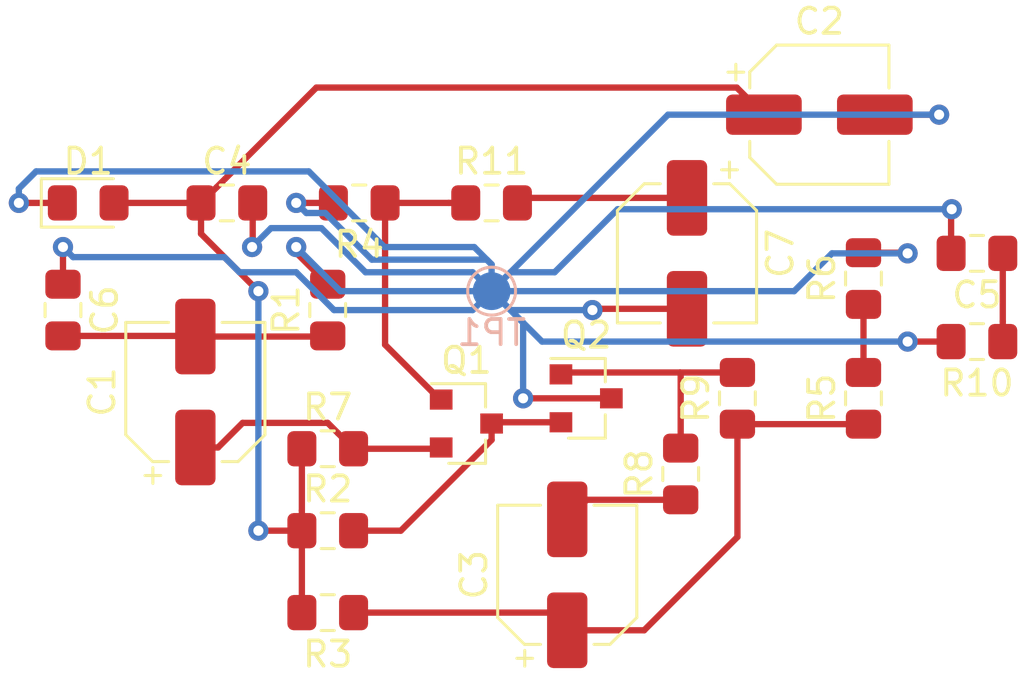
<source format=kicad_pcb>
(kicad_pcb (version 20171130) (host pcbnew "(5.1.2)-2")

  (general
    (thickness 1.6)
    (drawings 0)
    (tracks 121)
    (zones 0)
    (modules 22)
    (nets 13)
  )

  (page A4)
  (layers
    (0 F.Cu signal)
    (31 B.Cu signal)
    (32 B.Adhes user)
    (33 F.Adhes user)
    (34 B.Paste user)
    (35 F.Paste user)
    (36 B.SilkS user)
    (37 F.SilkS user)
    (38 B.Mask user)
    (39 F.Mask user)
    (40 Dwgs.User user)
    (41 Cmts.User user)
    (42 Eco1.User user)
    (43 Eco2.User user)
    (44 Edge.Cuts user)
    (45 Margin user)
    (46 B.CrtYd user)
    (47 F.CrtYd user)
    (48 B.Fab user)
    (49 F.Fab user)
  )

  (setup
    (last_trace_width 0.25)
    (trace_clearance 0.2)
    (zone_clearance 0.508)
    (zone_45_only no)
    (trace_min 0.2)
    (via_size 0.8)
    (via_drill 0.4)
    (via_min_size 0.4)
    (via_min_drill 0.3)
    (uvia_size 0.3)
    (uvia_drill 0.1)
    (uvias_allowed no)
    (uvia_min_size 0.2)
    (uvia_min_drill 0.1)
    (edge_width 0.05)
    (segment_width 0.2)
    (pcb_text_width 0.3)
    (pcb_text_size 1.5 1.5)
    (mod_edge_width 0.12)
    (mod_text_size 1 1)
    (mod_text_width 0.15)
    (pad_size 1.5 1.5)
    (pad_drill 0)
    (pad_to_mask_clearance 0.051)
    (solder_mask_min_width 0.25)
    (aux_axis_origin 0 0)
    (visible_elements FFFFFF7F)
    (pcbplotparams
      (layerselection 0x010fc_ffffffff)
      (usegerberextensions false)
      (usegerberattributes false)
      (usegerberadvancedattributes false)
      (creategerberjobfile false)
      (excludeedgelayer true)
      (linewidth 0.100000)
      (plotframeref false)
      (viasonmask false)
      (mode 1)
      (useauxorigin false)
      (hpglpennumber 1)
      (hpglpenspeed 20)
      (hpglpendiameter 15.000000)
      (psnegative false)
      (psa4output false)
      (plotreference true)
      (plotvalue true)
      (plotinvisibletext false)
      (padsonsilk false)
      (subtractmaskfromsilk false)
      (outputformat 1)
      (mirror false)
      (drillshape 1)
      (scaleselection 1)
      (outputdirectory ""))
  )

  (net 0 "")
  (net 1 "Net-(C1-Pad2)")
  (net 2 "Net-(C1-Pad1)")
  (net 3 GNDA)
  (net 4 "Net-(C2-Pad1)")
  (net 5 "Net-(C3-Pad2)")
  (net 6 "Net-(C3-Pad1)")
  (net 7 GND)
  (net 8 "Net-(C7-Pad1)")
  (net 9 "Net-(Q1-Pad3)")
  (net 10 "Net-(Q1-Pad1)")
  (net 11 "Net-(Q2-Pad1)")
  (net 12 "Net-(J2-PadR)")

  (net_class Default "This is the default net class."
    (clearance 0.2)
    (trace_width 0.25)
    (via_dia 0.8)
    (via_drill 0.4)
    (uvia_dia 0.3)
    (uvia_drill 0.1)
    (add_net GND)
    (add_net GNDA)
    (add_net "Net-(C1-Pad1)")
    (add_net "Net-(C1-Pad2)")
    (add_net "Net-(C2-Pad1)")
    (add_net "Net-(C3-Pad1)")
    (add_net "Net-(C3-Pad2)")
    (add_net "Net-(C7-Pad1)")
    (add_net "Net-(J2-PadR)")
    (add_net "Net-(Q1-Pad1)")
    (add_net "Net-(Q1-Pad3)")
    (add_net "Net-(Q2-Pad1)")
  )

  (module TestPoint:TestPoint_Pad_D1.5mm (layer B.Cu) (tedit 5FB00272) (tstamp 5FB0649F)
    (at 114.75 66.75)
    (descr "SMD pad as test Point, diameter 1.5mm")
    (tags "test point SMD pad")
    (path /5FB38731)
    (attr virtual)
    (fp_text reference TP1 (at 0 1.648) (layer B.SilkS)
      (effects (font (size 1 1) (thickness 0.15)) (justify mirror))
    )
    (fp_text value TestPoint (at 0 -1.75) (layer B.Fab)
      (effects (font (size 1 1) (thickness 0.15)) (justify mirror))
    )
    (fp_circle (center 0 0) (end 0 -0.95) (layer B.SilkS) (width 0.12))
    (fp_circle (center 0 0) (end 1.25 0) (layer B.CrtYd) (width 0.05))
    (fp_text user %R (at 0 1.65) (layer B.Fab)
      (effects (font (size 1 1) (thickness 0.15)) (justify mirror))
    )
    (pad 1 smd circle (at 0 0) (size 1.5 1.5) (layers B.Cu B.Mask)
      (net 3 GNDA))
  )

  (module Resistor_SMD:R_0805_2012Metric_Pad1.15x1.40mm_HandSolder (layer F.Cu) (tedit 5B36C52B) (tstamp 5FB04F5A)
    (at 114.75 63.25)
    (descr "Resistor SMD 0805 (2012 Metric), square (rectangular) end terminal, IPC_7351 nominal with elongated pad for handsoldering. (Body size source: https://docs.google.com/spreadsheets/d/1BsfQQcO9C6DZCsRaXUlFlo91Tg2WpOkGARC1WS5S8t0/edit?usp=sharing), generated with kicad-footprint-generator")
    (tags "resistor handsolder")
    (path /5FB2495C)
    (attr smd)
    (fp_text reference R11 (at 0 -1.65) (layer F.SilkS)
      (effects (font (size 1 1) (thickness 0.15)))
    )
    (fp_text value DNP (at 0 1.65) (layer F.Fab)
      (effects (font (size 1 1) (thickness 0.15)))
    )
    (fp_text user %R (at 0 0) (layer F.Fab)
      (effects (font (size 0.5 0.5) (thickness 0.08)))
    )
    (fp_line (start 1.85 0.95) (end -1.85 0.95) (layer F.CrtYd) (width 0.05))
    (fp_line (start 1.85 -0.95) (end 1.85 0.95) (layer F.CrtYd) (width 0.05))
    (fp_line (start -1.85 -0.95) (end 1.85 -0.95) (layer F.CrtYd) (width 0.05))
    (fp_line (start -1.85 0.95) (end -1.85 -0.95) (layer F.CrtYd) (width 0.05))
    (fp_line (start -0.261252 0.71) (end 0.261252 0.71) (layer F.SilkS) (width 0.12))
    (fp_line (start -0.261252 -0.71) (end 0.261252 -0.71) (layer F.SilkS) (width 0.12))
    (fp_line (start 1 0.6) (end -1 0.6) (layer F.Fab) (width 0.1))
    (fp_line (start 1 -0.6) (end 1 0.6) (layer F.Fab) (width 0.1))
    (fp_line (start -1 -0.6) (end 1 -0.6) (layer F.Fab) (width 0.1))
    (fp_line (start -1 0.6) (end -1 -0.6) (layer F.Fab) (width 0.1))
    (pad 2 smd roundrect (at 1.025 0) (size 1.15 1.4) (layers F.Cu F.Paste F.Mask) (roundrect_rratio 0.217391)
      (net 8 "Net-(C7-Pad1)"))
    (pad 1 smd roundrect (at -1.025 0) (size 1.15 1.4) (layers F.Cu F.Paste F.Mask) (roundrect_rratio 0.217391)
      (net 10 "Net-(Q1-Pad1)"))
    (model ${KISYS3DMOD}/Resistor_SMD.3dshapes/R_0805_2012Metric.wrl
      (at (xyz 0 0 0))
      (scale (xyz 1 1 1))
      (rotate (xyz 0 0 0))
    )
  )

  (module Resistor_SMD:R_0805_2012Metric_Pad1.15x1.40mm_HandSolder (layer F.Cu) (tedit 5B36C52B) (tstamp 5FB04F49)
    (at 134 68.75 180)
    (descr "Resistor SMD 0805 (2012 Metric), square (rectangular) end terminal, IPC_7351 nominal with elongated pad for handsoldering. (Body size source: https://docs.google.com/spreadsheets/d/1BsfQQcO9C6DZCsRaXUlFlo91Tg2WpOkGARC1WS5S8t0/edit?usp=sharing), generated with kicad-footprint-generator")
    (tags "resistor handsolder")
    (path /5FB17E4D)
    (attr smd)
    (fp_text reference R10 (at 0 -1.65) (layer F.SilkS)
      (effects (font (size 1 1) (thickness 0.15)))
    )
    (fp_text value 1M (at 0 1.65) (layer F.Fab)
      (effects (font (size 1 1) (thickness 0.15)))
    )
    (fp_text user %R (at 0 0 90) (layer F.Fab)
      (effects (font (size 0.5 0.5) (thickness 0.08)))
    )
    (fp_line (start 1.85 0.95) (end -1.85 0.95) (layer F.CrtYd) (width 0.05))
    (fp_line (start 1.85 -0.95) (end 1.85 0.95) (layer F.CrtYd) (width 0.05))
    (fp_line (start -1.85 -0.95) (end 1.85 -0.95) (layer F.CrtYd) (width 0.05))
    (fp_line (start -1.85 0.95) (end -1.85 -0.95) (layer F.CrtYd) (width 0.05))
    (fp_line (start -0.261252 0.71) (end 0.261252 0.71) (layer F.SilkS) (width 0.12))
    (fp_line (start -0.261252 -0.71) (end 0.261252 -0.71) (layer F.SilkS) (width 0.12))
    (fp_line (start 1 0.6) (end -1 0.6) (layer F.Fab) (width 0.1))
    (fp_line (start 1 -0.6) (end 1 0.6) (layer F.Fab) (width 0.1))
    (fp_line (start -1 -0.6) (end 1 -0.6) (layer F.Fab) (width 0.1))
    (fp_line (start -1 0.6) (end -1 -0.6) (layer F.Fab) (width 0.1))
    (pad 2 smd roundrect (at 1.025 0 180) (size 1.15 1.4) (layers F.Cu F.Paste F.Mask) (roundrect_rratio 0.217391)
      (net 3 GNDA))
    (pad 1 smd roundrect (at -1.025 0 180) (size 1.15 1.4) (layers F.Cu F.Paste F.Mask) (roundrect_rratio 0.217391)
      (net 7 GND))
    (model ${KISYS3DMOD}/Resistor_SMD.3dshapes/R_0805_2012Metric.wrl
      (at (xyz 0 0 0))
      (scale (xyz 1 1 1))
      (rotate (xyz 0 0 0))
    )
  )

  (module Resistor_SMD:R_0805_2012Metric_Pad1.15x1.40mm_HandSolder (layer F.Cu) (tedit 5B36C52B) (tstamp 5FB04F38)
    (at 124.5 71 90)
    (descr "Resistor SMD 0805 (2012 Metric), square (rectangular) end terminal, IPC_7351 nominal with elongated pad for handsoldering. (Body size source: https://docs.google.com/spreadsheets/d/1BsfQQcO9C6DZCsRaXUlFlo91Tg2WpOkGARC1WS5S8t0/edit?usp=sharing), generated with kicad-footprint-generator")
    (tags "resistor handsolder")
    (path /5FB04BDF)
    (attr smd)
    (fp_text reference R9 (at 0 -1.65 90) (layer F.SilkS)
      (effects (font (size 1 1) (thickness 0.15)))
    )
    (fp_text value 3.3K (at 0 1.65 90) (layer F.Fab)
      (effects (font (size 1 1) (thickness 0.15)))
    )
    (fp_text user %R (at 0 0 90) (layer F.Fab)
      (effects (font (size 0.5 0.5) (thickness 0.08)))
    )
    (fp_line (start 1.85 0.95) (end -1.85 0.95) (layer F.CrtYd) (width 0.05))
    (fp_line (start 1.85 -0.95) (end 1.85 0.95) (layer F.CrtYd) (width 0.05))
    (fp_line (start -1.85 -0.95) (end 1.85 -0.95) (layer F.CrtYd) (width 0.05))
    (fp_line (start -1.85 0.95) (end -1.85 -0.95) (layer F.CrtYd) (width 0.05))
    (fp_line (start -0.261252 0.71) (end 0.261252 0.71) (layer F.SilkS) (width 0.12))
    (fp_line (start -0.261252 -0.71) (end 0.261252 -0.71) (layer F.SilkS) (width 0.12))
    (fp_line (start 1 0.6) (end -1 0.6) (layer F.Fab) (width 0.1))
    (fp_line (start 1 -0.6) (end 1 0.6) (layer F.Fab) (width 0.1))
    (fp_line (start -1 -0.6) (end 1 -0.6) (layer F.Fab) (width 0.1))
    (fp_line (start -1 0.6) (end -1 -0.6) (layer F.Fab) (width 0.1))
    (pad 2 smd roundrect (at 1.025 0 90) (size 1.15 1.4) (layers F.Cu F.Paste F.Mask) (roundrect_rratio 0.217391)
      (net 11 "Net-(Q2-Pad1)"))
    (pad 1 smd roundrect (at -1.025 0 90) (size 1.15 1.4) (layers F.Cu F.Paste F.Mask) (roundrect_rratio 0.217391)
      (net 6 "Net-(C3-Pad1)"))
    (model ${KISYS3DMOD}/Resistor_SMD.3dshapes/R_0805_2012Metric.wrl
      (at (xyz 0 0 0))
      (scale (xyz 1 1 1))
      (rotate (xyz 0 0 0))
    )
  )

  (module Resistor_SMD:R_0805_2012Metric_Pad1.15x1.40mm_HandSolder (layer F.Cu) (tedit 5B36C52B) (tstamp 5FB04F27)
    (at 122.25 74 90)
    (descr "Resistor SMD 0805 (2012 Metric), square (rectangular) end terminal, IPC_7351 nominal with elongated pad for handsoldering. (Body size source: https://docs.google.com/spreadsheets/d/1BsfQQcO9C6DZCsRaXUlFlo91Tg2WpOkGARC1WS5S8t0/edit?usp=sharing), generated with kicad-footprint-generator")
    (tags "resistor handsolder")
    (path /5FB05320)
    (attr smd)
    (fp_text reference R8 (at 0 -1.65 90) (layer F.SilkS)
      (effects (font (size 1 1) (thickness 0.15)))
    )
    (fp_text value 100 (at 0 1.65 90) (layer F.Fab)
      (effects (font (size 1 1) (thickness 0.15)))
    )
    (fp_text user %R (at 0 0 90) (layer F.Fab)
      (effects (font (size 0.5 0.5) (thickness 0.08)))
    )
    (fp_line (start 1.85 0.95) (end -1.85 0.95) (layer F.CrtYd) (width 0.05))
    (fp_line (start 1.85 -0.95) (end 1.85 0.95) (layer F.CrtYd) (width 0.05))
    (fp_line (start -1.85 -0.95) (end 1.85 -0.95) (layer F.CrtYd) (width 0.05))
    (fp_line (start -1.85 0.95) (end -1.85 -0.95) (layer F.CrtYd) (width 0.05))
    (fp_line (start -0.261252 0.71) (end 0.261252 0.71) (layer F.SilkS) (width 0.12))
    (fp_line (start -0.261252 -0.71) (end 0.261252 -0.71) (layer F.SilkS) (width 0.12))
    (fp_line (start 1 0.6) (end -1 0.6) (layer F.Fab) (width 0.1))
    (fp_line (start 1 -0.6) (end 1 0.6) (layer F.Fab) (width 0.1))
    (fp_line (start -1 -0.6) (end 1 -0.6) (layer F.Fab) (width 0.1))
    (fp_line (start -1 0.6) (end -1 -0.6) (layer F.Fab) (width 0.1))
    (pad 2 smd roundrect (at 1.025 0 90) (size 1.15 1.4) (layers F.Cu F.Paste F.Mask) (roundrect_rratio 0.217391)
      (net 11 "Net-(Q2-Pad1)"))
    (pad 1 smd roundrect (at -1.025 0 90) (size 1.15 1.4) (layers F.Cu F.Paste F.Mask) (roundrect_rratio 0.217391)
      (net 5 "Net-(C3-Pad2)"))
    (model ${KISYS3DMOD}/Resistor_SMD.3dshapes/R_0805_2012Metric.wrl
      (at (xyz 0 0 0))
      (scale (xyz 1 1 1))
      (rotate (xyz 0 0 0))
    )
  )

  (module Resistor_SMD:R_0805_2012Metric_Pad1.15x1.40mm_HandSolder (layer F.Cu) (tedit 5B36C52B) (tstamp 5FB04F16)
    (at 108.25 73)
    (descr "Resistor SMD 0805 (2012 Metric), square (rectangular) end terminal, IPC_7351 nominal with elongated pad for handsoldering. (Body size source: https://docs.google.com/spreadsheets/d/1BsfQQcO9C6DZCsRaXUlFlo91Tg2WpOkGARC1WS5S8t0/edit?usp=sharing), generated with kicad-footprint-generator")
    (tags "resistor handsolder")
    (path /5FB00D7D)
    (attr smd)
    (fp_text reference R7 (at 0 -1.65) (layer F.SilkS)
      (effects (font (size 1 1) (thickness 0.15)))
    )
    (fp_text value 4.7M (at 0 1.65) (layer F.Fab)
      (effects (font (size 1 1) (thickness 0.15)))
    )
    (fp_text user %R (at 0 0) (layer F.Fab)
      (effects (font (size 0.5 0.5) (thickness 0.08)))
    )
    (fp_line (start 1.85 0.95) (end -1.85 0.95) (layer F.CrtYd) (width 0.05))
    (fp_line (start 1.85 -0.95) (end 1.85 0.95) (layer F.CrtYd) (width 0.05))
    (fp_line (start -1.85 -0.95) (end 1.85 -0.95) (layer F.CrtYd) (width 0.05))
    (fp_line (start -1.85 0.95) (end -1.85 -0.95) (layer F.CrtYd) (width 0.05))
    (fp_line (start -0.261252 0.71) (end 0.261252 0.71) (layer F.SilkS) (width 0.12))
    (fp_line (start -0.261252 -0.71) (end 0.261252 -0.71) (layer F.SilkS) (width 0.12))
    (fp_line (start 1 0.6) (end -1 0.6) (layer F.Fab) (width 0.1))
    (fp_line (start 1 -0.6) (end 1 0.6) (layer F.Fab) (width 0.1))
    (fp_line (start -1 -0.6) (end 1 -0.6) (layer F.Fab) (width 0.1))
    (fp_line (start -1 0.6) (end -1 -0.6) (layer F.Fab) (width 0.1))
    (pad 2 smd roundrect (at 1.025 0) (size 1.15 1.4) (layers F.Cu F.Paste F.Mask) (roundrect_rratio 0.217391)
      (net 2 "Net-(C1-Pad1)"))
    (pad 1 smd roundrect (at -1.025 0) (size 1.15 1.4) (layers F.Cu F.Paste F.Mask) (roundrect_rratio 0.217391)
      (net 4 "Net-(C2-Pad1)"))
    (model ${KISYS3DMOD}/Resistor_SMD.3dshapes/R_0805_2012Metric.wrl
      (at (xyz 0 0 0))
      (scale (xyz 1 1 1))
      (rotate (xyz 0 0 0))
    )
  )

  (module Resistor_SMD:R_0805_2012Metric_Pad1.15x1.40mm_HandSolder (layer F.Cu) (tedit 5B36C52B) (tstamp 5FB04F05)
    (at 129.5 66.25 90)
    (descr "Resistor SMD 0805 (2012 Metric), square (rectangular) end terminal, IPC_7351 nominal with elongated pad for handsoldering. (Body size source: https://docs.google.com/spreadsheets/d/1BsfQQcO9C6DZCsRaXUlFlo91Tg2WpOkGARC1WS5S8t0/edit?usp=sharing), generated with kicad-footprint-generator")
    (tags "resistor handsolder")
    (path /5FB11870)
    (attr smd)
    (fp_text reference R6 (at 0 -1.65 90) (layer F.SilkS)
      (effects (font (size 1 1) (thickness 0.15)))
    )
    (fp_text value DNP (at 0 1.65 90) (layer F.Fab)
      (effects (font (size 1 1) (thickness 0.15)))
    )
    (fp_text user %R (at 0 0 90) (layer F.Fab)
      (effects (font (size 0.5 0.5) (thickness 0.08)))
    )
    (fp_line (start 1.85 0.95) (end -1.85 0.95) (layer F.CrtYd) (width 0.05))
    (fp_line (start 1.85 -0.95) (end 1.85 0.95) (layer F.CrtYd) (width 0.05))
    (fp_line (start -1.85 -0.95) (end 1.85 -0.95) (layer F.CrtYd) (width 0.05))
    (fp_line (start -1.85 0.95) (end -1.85 -0.95) (layer F.CrtYd) (width 0.05))
    (fp_line (start -0.261252 0.71) (end 0.261252 0.71) (layer F.SilkS) (width 0.12))
    (fp_line (start -0.261252 -0.71) (end 0.261252 -0.71) (layer F.SilkS) (width 0.12))
    (fp_line (start 1 0.6) (end -1 0.6) (layer F.Fab) (width 0.1))
    (fp_line (start 1 -0.6) (end 1 0.6) (layer F.Fab) (width 0.1))
    (fp_line (start -1 -0.6) (end 1 -0.6) (layer F.Fab) (width 0.1))
    (fp_line (start -1 0.6) (end -1 -0.6) (layer F.Fab) (width 0.1))
    (pad 2 smd roundrect (at 1.025 0 90) (size 1.15 1.4) (layers F.Cu F.Paste F.Mask) (roundrect_rratio 0.217391)
      (net 3 GNDA))
    (pad 1 smd roundrect (at -1.025 0 90) (size 1.15 1.4) (layers F.Cu F.Paste F.Mask) (roundrect_rratio 0.217391)
      (net 12 "Net-(J2-PadR)"))
    (model ${KISYS3DMOD}/Resistor_SMD.3dshapes/R_0805_2012Metric.wrl
      (at (xyz 0 0 0))
      (scale (xyz 1 1 1))
      (rotate (xyz 0 0 0))
    )
  )

  (module Resistor_SMD:R_0805_2012Metric_Pad1.15x1.40mm_HandSolder (layer F.Cu) (tedit 5B36C52B) (tstamp 5FB04EF4)
    (at 129.5 71 90)
    (descr "Resistor SMD 0805 (2012 Metric), square (rectangular) end terminal, IPC_7351 nominal with elongated pad for handsoldering. (Body size source: https://docs.google.com/spreadsheets/d/1BsfQQcO9C6DZCsRaXUlFlo91Tg2WpOkGARC1WS5S8t0/edit?usp=sharing), generated with kicad-footprint-generator")
    (tags "resistor handsolder")
    (path /5FB10A67)
    (attr smd)
    (fp_text reference R5 (at 0 -1.65 90) (layer F.SilkS)
      (effects (font (size 1 1) (thickness 0.15)))
    )
    (fp_text value DNP (at 0 1.65 90) (layer F.Fab)
      (effects (font (size 1 1) (thickness 0.15)))
    )
    (fp_text user %R (at 0 0 90) (layer F.Fab)
      (effects (font (size 0.5 0.5) (thickness 0.08)))
    )
    (fp_line (start 1.85 0.95) (end -1.85 0.95) (layer F.CrtYd) (width 0.05))
    (fp_line (start 1.85 -0.95) (end 1.85 0.95) (layer F.CrtYd) (width 0.05))
    (fp_line (start -1.85 -0.95) (end 1.85 -0.95) (layer F.CrtYd) (width 0.05))
    (fp_line (start -1.85 0.95) (end -1.85 -0.95) (layer F.CrtYd) (width 0.05))
    (fp_line (start -0.261252 0.71) (end 0.261252 0.71) (layer F.SilkS) (width 0.12))
    (fp_line (start -0.261252 -0.71) (end 0.261252 -0.71) (layer F.SilkS) (width 0.12))
    (fp_line (start 1 0.6) (end -1 0.6) (layer F.Fab) (width 0.1))
    (fp_line (start 1 -0.6) (end 1 0.6) (layer F.Fab) (width 0.1))
    (fp_line (start -1 -0.6) (end 1 -0.6) (layer F.Fab) (width 0.1))
    (fp_line (start -1 0.6) (end -1 -0.6) (layer F.Fab) (width 0.1))
    (pad 2 smd roundrect (at 1.025 0 90) (size 1.15 1.4) (layers F.Cu F.Paste F.Mask) (roundrect_rratio 0.217391)
      (net 12 "Net-(J2-PadR)"))
    (pad 1 smd roundrect (at -1.025 0 90) (size 1.15 1.4) (layers F.Cu F.Paste F.Mask) (roundrect_rratio 0.217391)
      (net 6 "Net-(C3-Pad1)"))
    (model ${KISYS3DMOD}/Resistor_SMD.3dshapes/R_0805_2012Metric.wrl
      (at (xyz 0 0 0))
      (scale (xyz 1 1 1))
      (rotate (xyz 0 0 0))
    )
  )

  (module Resistor_SMD:R_0805_2012Metric_Pad1.15x1.40mm_HandSolder (layer F.Cu) (tedit 5B36C52B) (tstamp 5FB04EE3)
    (at 109.5 63.25 180)
    (descr "Resistor SMD 0805 (2012 Metric), square (rectangular) end terminal, IPC_7351 nominal with elongated pad for handsoldering. (Body size source: https://docs.google.com/spreadsheets/d/1BsfQQcO9C6DZCsRaXUlFlo91Tg2WpOkGARC1WS5S8t0/edit?usp=sharing), generated with kicad-footprint-generator")
    (tags "resistor handsolder")
    (path /5FB0BA38)
    (attr smd)
    (fp_text reference R4 (at 0 -1.65) (layer F.SilkS)
      (effects (font (size 1 1) (thickness 0.15)))
    )
    (fp_text value 10K (at 0 1.65) (layer F.Fab)
      (effects (font (size 1 1) (thickness 0.15)))
    )
    (fp_text user %R (at 0 0) (layer F.Fab)
      (effects (font (size 0.5 0.5) (thickness 0.08)))
    )
    (fp_line (start 1.85 0.95) (end -1.85 0.95) (layer F.CrtYd) (width 0.05))
    (fp_line (start 1.85 -0.95) (end 1.85 0.95) (layer F.CrtYd) (width 0.05))
    (fp_line (start -1.85 -0.95) (end 1.85 -0.95) (layer F.CrtYd) (width 0.05))
    (fp_line (start -1.85 0.95) (end -1.85 -0.95) (layer F.CrtYd) (width 0.05))
    (fp_line (start -0.261252 0.71) (end 0.261252 0.71) (layer F.SilkS) (width 0.12))
    (fp_line (start -0.261252 -0.71) (end 0.261252 -0.71) (layer F.SilkS) (width 0.12))
    (fp_line (start 1 0.6) (end -1 0.6) (layer F.Fab) (width 0.1))
    (fp_line (start 1 -0.6) (end 1 0.6) (layer F.Fab) (width 0.1))
    (fp_line (start -1 -0.6) (end 1 -0.6) (layer F.Fab) (width 0.1))
    (fp_line (start -1 0.6) (end -1 -0.6) (layer F.Fab) (width 0.1))
    (pad 2 smd roundrect (at 1.025 0 180) (size 1.15 1.4) (layers F.Cu F.Paste F.Mask) (roundrect_rratio 0.217391)
      (net 3 GNDA))
    (pad 1 smd roundrect (at -1.025 0 180) (size 1.15 1.4) (layers F.Cu F.Paste F.Mask) (roundrect_rratio 0.217391)
      (net 10 "Net-(Q1-Pad1)"))
    (model ${KISYS3DMOD}/Resistor_SMD.3dshapes/R_0805_2012Metric.wrl
      (at (xyz 0 0 0))
      (scale (xyz 1 1 1))
      (rotate (xyz 0 0 0))
    )
  )

  (module Resistor_SMD:R_0805_2012Metric_Pad1.15x1.40mm_HandSolder (layer F.Cu) (tedit 5B36C52B) (tstamp 5FB04ED2)
    (at 108.25 79.5 180)
    (descr "Resistor SMD 0805 (2012 Metric), square (rectangular) end terminal, IPC_7351 nominal with elongated pad for handsoldering. (Body size source: https://docs.google.com/spreadsheets/d/1BsfQQcO9C6DZCsRaXUlFlo91Tg2WpOkGARC1WS5S8t0/edit?usp=sharing), generated with kicad-footprint-generator")
    (tags "resistor handsolder")
    (path /5FB04527)
    (attr smd)
    (fp_text reference R3 (at 0 -1.65) (layer F.SilkS)
      (effects (font (size 1 1) (thickness 0.15)))
    )
    (fp_text value 1K (at 0 1.65) (layer F.Fab)
      (effects (font (size 1 1) (thickness 0.15)))
    )
    (fp_text user %R (at 0 0) (layer F.Fab)
      (effects (font (size 0.5 0.5) (thickness 0.08)))
    )
    (fp_line (start 1.85 0.95) (end -1.85 0.95) (layer F.CrtYd) (width 0.05))
    (fp_line (start 1.85 -0.95) (end 1.85 0.95) (layer F.CrtYd) (width 0.05))
    (fp_line (start -1.85 -0.95) (end 1.85 -0.95) (layer F.CrtYd) (width 0.05))
    (fp_line (start -1.85 0.95) (end -1.85 -0.95) (layer F.CrtYd) (width 0.05))
    (fp_line (start -0.261252 0.71) (end 0.261252 0.71) (layer F.SilkS) (width 0.12))
    (fp_line (start -0.261252 -0.71) (end 0.261252 -0.71) (layer F.SilkS) (width 0.12))
    (fp_line (start 1 0.6) (end -1 0.6) (layer F.Fab) (width 0.1))
    (fp_line (start 1 -0.6) (end 1 0.6) (layer F.Fab) (width 0.1))
    (fp_line (start -1 -0.6) (end 1 -0.6) (layer F.Fab) (width 0.1))
    (fp_line (start -1 0.6) (end -1 -0.6) (layer F.Fab) (width 0.1))
    (pad 2 smd roundrect (at 1.025 0 180) (size 1.15 1.4) (layers F.Cu F.Paste F.Mask) (roundrect_rratio 0.217391)
      (net 4 "Net-(C2-Pad1)"))
    (pad 1 smd roundrect (at -1.025 0 180) (size 1.15 1.4) (layers F.Cu F.Paste F.Mask) (roundrect_rratio 0.217391)
      (net 6 "Net-(C3-Pad1)"))
    (model ${KISYS3DMOD}/Resistor_SMD.3dshapes/R_0805_2012Metric.wrl
      (at (xyz 0 0 0))
      (scale (xyz 1 1 1))
      (rotate (xyz 0 0 0))
    )
  )

  (module Resistor_SMD:R_0805_2012Metric_Pad1.15x1.40mm_HandSolder (layer F.Cu) (tedit 5B36C52B) (tstamp 5FB04EC1)
    (at 108.25 76.25)
    (descr "Resistor SMD 0805 (2012 Metric), square (rectangular) end terminal, IPC_7351 nominal with elongated pad for handsoldering. (Body size source: https://docs.google.com/spreadsheets/d/1BsfQQcO9C6DZCsRaXUlFlo91Tg2WpOkGARC1WS5S8t0/edit?usp=sharing), generated with kicad-footprint-generator")
    (tags "resistor handsolder")
    (path /5FB03BDE)
    (attr smd)
    (fp_text reference R2 (at 0 -1.65) (layer F.SilkS)
      (effects (font (size 1 1) (thickness 0.15)))
    )
    (fp_text value 15K (at 0 1.65) (layer F.Fab)
      (effects (font (size 1 1) (thickness 0.15)))
    )
    (fp_text user %R (at 0 0) (layer F.Fab)
      (effects (font (size 0.5 0.5) (thickness 0.08)))
    )
    (fp_line (start 1.85 0.95) (end -1.85 0.95) (layer F.CrtYd) (width 0.05))
    (fp_line (start 1.85 -0.95) (end 1.85 0.95) (layer F.CrtYd) (width 0.05))
    (fp_line (start -1.85 -0.95) (end 1.85 -0.95) (layer F.CrtYd) (width 0.05))
    (fp_line (start -1.85 0.95) (end -1.85 -0.95) (layer F.CrtYd) (width 0.05))
    (fp_line (start -0.261252 0.71) (end 0.261252 0.71) (layer F.SilkS) (width 0.12))
    (fp_line (start -0.261252 -0.71) (end 0.261252 -0.71) (layer F.SilkS) (width 0.12))
    (fp_line (start 1 0.6) (end -1 0.6) (layer F.Fab) (width 0.1))
    (fp_line (start 1 -0.6) (end 1 0.6) (layer F.Fab) (width 0.1))
    (fp_line (start -1 -0.6) (end 1 -0.6) (layer F.Fab) (width 0.1))
    (fp_line (start -1 0.6) (end -1 -0.6) (layer F.Fab) (width 0.1))
    (pad 2 smd roundrect (at 1.025 0) (size 1.15 1.4) (layers F.Cu F.Paste F.Mask) (roundrect_rratio 0.217391)
      (net 9 "Net-(Q1-Pad3)"))
    (pad 1 smd roundrect (at -1.025 0) (size 1.15 1.4) (layers F.Cu F.Paste F.Mask) (roundrect_rratio 0.217391)
      (net 4 "Net-(C2-Pad1)"))
    (model ${KISYS3DMOD}/Resistor_SMD.3dshapes/R_0805_2012Metric.wrl
      (at (xyz 0 0 0))
      (scale (xyz 1 1 1))
      (rotate (xyz 0 0 0))
    )
  )

  (module Resistor_SMD:R_0805_2012Metric_Pad1.15x1.40mm_HandSolder (layer F.Cu) (tedit 5B36C52B) (tstamp 5FB04EB0)
    (at 108.25 67.5 90)
    (descr "Resistor SMD 0805 (2012 Metric), square (rectangular) end terminal, IPC_7351 nominal with elongated pad for handsoldering. (Body size source: https://docs.google.com/spreadsheets/d/1BsfQQcO9C6DZCsRaXUlFlo91Tg2WpOkGARC1WS5S8t0/edit?usp=sharing), generated with kicad-footprint-generator")
    (tags "resistor handsolder")
    (path /5FB0A3BA)
    (attr smd)
    (fp_text reference R1 (at 0 -1.65 90) (layer F.SilkS)
      (effects (font (size 1 1) (thickness 0.15)))
    )
    (fp_text value 2.2M (at 0 1.65 90) (layer F.Fab)
      (effects (font (size 1 1) (thickness 0.15)))
    )
    (fp_text user %R (at 0 0 90) (layer F.Fab)
      (effects (font (size 0.5 0.5) (thickness 0.08)))
    )
    (fp_line (start 1.85 0.95) (end -1.85 0.95) (layer F.CrtYd) (width 0.05))
    (fp_line (start 1.85 -0.95) (end 1.85 0.95) (layer F.CrtYd) (width 0.05))
    (fp_line (start -1.85 -0.95) (end 1.85 -0.95) (layer F.CrtYd) (width 0.05))
    (fp_line (start -1.85 0.95) (end -1.85 -0.95) (layer F.CrtYd) (width 0.05))
    (fp_line (start -0.261252 0.71) (end 0.261252 0.71) (layer F.SilkS) (width 0.12))
    (fp_line (start -0.261252 -0.71) (end 0.261252 -0.71) (layer F.SilkS) (width 0.12))
    (fp_line (start 1 0.6) (end -1 0.6) (layer F.Fab) (width 0.1))
    (fp_line (start 1 -0.6) (end 1 0.6) (layer F.Fab) (width 0.1))
    (fp_line (start -1 -0.6) (end 1 -0.6) (layer F.Fab) (width 0.1))
    (fp_line (start -1 0.6) (end -1 -0.6) (layer F.Fab) (width 0.1))
    (pad 2 smd roundrect (at 1.025 0 90) (size 1.15 1.4) (layers F.Cu F.Paste F.Mask) (roundrect_rratio 0.217391)
      (net 3 GNDA))
    (pad 1 smd roundrect (at -1.025 0 90) (size 1.15 1.4) (layers F.Cu F.Paste F.Mask) (roundrect_rratio 0.217391)
      (net 1 "Net-(C1-Pad2)"))
    (model ${KISYS3DMOD}/Resistor_SMD.3dshapes/R_0805_2012Metric.wrl
      (at (xyz 0 0 0))
      (scale (xyz 1 1 1))
      (rotate (xyz 0 0 0))
    )
  )

  (module Package_TO_SOT_SMD:SOT-23 (layer F.Cu) (tedit 5A02FF57) (tstamp 5FB04E9F)
    (at 118.5 71)
    (descr "SOT-23, Standard")
    (tags SOT-23)
    (path /5FB01E08)
    (attr smd)
    (fp_text reference Q2 (at 0 -2.5) (layer F.SilkS)
      (effects (font (size 1 1) (thickness 0.15)))
    )
    (fp_text value 2N3906 (at 0 2.5) (layer F.Fab)
      (effects (font (size 1 1) (thickness 0.15)))
    )
    (fp_line (start 0.76 1.58) (end -0.7 1.58) (layer F.SilkS) (width 0.12))
    (fp_line (start 0.76 -1.58) (end -1.4 -1.58) (layer F.SilkS) (width 0.12))
    (fp_line (start -1.7 1.75) (end -1.7 -1.75) (layer F.CrtYd) (width 0.05))
    (fp_line (start 1.7 1.75) (end -1.7 1.75) (layer F.CrtYd) (width 0.05))
    (fp_line (start 1.7 -1.75) (end 1.7 1.75) (layer F.CrtYd) (width 0.05))
    (fp_line (start -1.7 -1.75) (end 1.7 -1.75) (layer F.CrtYd) (width 0.05))
    (fp_line (start 0.76 -1.58) (end 0.76 -0.65) (layer F.SilkS) (width 0.12))
    (fp_line (start 0.76 1.58) (end 0.76 0.65) (layer F.SilkS) (width 0.12))
    (fp_line (start -0.7 1.52) (end 0.7 1.52) (layer F.Fab) (width 0.1))
    (fp_line (start 0.7 -1.52) (end 0.7 1.52) (layer F.Fab) (width 0.1))
    (fp_line (start -0.7 -0.95) (end -0.15 -1.52) (layer F.Fab) (width 0.1))
    (fp_line (start -0.15 -1.52) (end 0.7 -1.52) (layer F.Fab) (width 0.1))
    (fp_line (start -0.7 -0.95) (end -0.7 1.5) (layer F.Fab) (width 0.1))
    (fp_text user %R (at 0 0 90) (layer F.Fab)
      (effects (font (size 0.5 0.5) (thickness 0.075)))
    )
    (pad 3 smd rect (at 1 0) (size 0.9 0.8) (layers F.Cu F.Paste F.Mask)
      (net 3 GNDA))
    (pad 2 smd rect (at -1 0.95) (size 0.9 0.8) (layers F.Cu F.Paste F.Mask)
      (net 9 "Net-(Q1-Pad3)"))
    (pad 1 smd rect (at -1 -0.95) (size 0.9 0.8) (layers F.Cu F.Paste F.Mask)
      (net 11 "Net-(Q2-Pad1)"))
    (model ${KISYS3DMOD}/Package_TO_SOT_SMD.3dshapes/SOT-23.wrl
      (at (xyz 0 0 0))
      (scale (xyz 1 1 1))
      (rotate (xyz 0 0 0))
    )
  )

  (module Package_TO_SOT_SMD:SOT-23 (layer F.Cu) (tedit 5A02FF57) (tstamp 5FB04E8A)
    (at 113.75 72)
    (descr "SOT-23, Standard")
    (tags SOT-23)
    (path /5FB017B7)
    (attr smd)
    (fp_text reference Q1 (at 0 -2.5) (layer F.SilkS)
      (effects (font (size 1 1) (thickness 0.15)))
    )
    (fp_text value 2N3904 (at 0 2.5) (layer F.Fab)
      (effects (font (size 1 1) (thickness 0.15)))
    )
    (fp_line (start 0.76 1.58) (end -0.7 1.58) (layer F.SilkS) (width 0.12))
    (fp_line (start 0.76 -1.58) (end -1.4 -1.58) (layer F.SilkS) (width 0.12))
    (fp_line (start -1.7 1.75) (end -1.7 -1.75) (layer F.CrtYd) (width 0.05))
    (fp_line (start 1.7 1.75) (end -1.7 1.75) (layer F.CrtYd) (width 0.05))
    (fp_line (start 1.7 -1.75) (end 1.7 1.75) (layer F.CrtYd) (width 0.05))
    (fp_line (start -1.7 -1.75) (end 1.7 -1.75) (layer F.CrtYd) (width 0.05))
    (fp_line (start 0.76 -1.58) (end 0.76 -0.65) (layer F.SilkS) (width 0.12))
    (fp_line (start 0.76 1.58) (end 0.76 0.65) (layer F.SilkS) (width 0.12))
    (fp_line (start -0.7 1.52) (end 0.7 1.52) (layer F.Fab) (width 0.1))
    (fp_line (start 0.7 -1.52) (end 0.7 1.52) (layer F.Fab) (width 0.1))
    (fp_line (start -0.7 -0.95) (end -0.15 -1.52) (layer F.Fab) (width 0.1))
    (fp_line (start -0.15 -1.52) (end 0.7 -1.52) (layer F.Fab) (width 0.1))
    (fp_line (start -0.7 -0.95) (end -0.7 1.5) (layer F.Fab) (width 0.1))
    (fp_text user %R (at 0 0 90) (layer F.Fab)
      (effects (font (size 0.5 0.5) (thickness 0.075)))
    )
    (pad 3 smd rect (at 1 0) (size 0.9 0.8) (layers F.Cu F.Paste F.Mask)
      (net 9 "Net-(Q1-Pad3)"))
    (pad 2 smd rect (at -1 0.95) (size 0.9 0.8) (layers F.Cu F.Paste F.Mask)
      (net 2 "Net-(C1-Pad1)"))
    (pad 1 smd rect (at -1 -0.95) (size 0.9 0.8) (layers F.Cu F.Paste F.Mask)
      (net 10 "Net-(Q1-Pad1)"))
    (model ${KISYS3DMOD}/Package_TO_SOT_SMD.3dshapes/SOT-23.wrl
      (at (xyz 0 0 0))
      (scale (xyz 1 1 1))
      (rotate (xyz 0 0 0))
    )
  )

  (module LED_SMD:LED_0805_2012Metric_Pad1.15x1.40mm_HandSolder (layer F.Cu) (tedit 5B4B45C9) (tstamp 5FB04E75)
    (at 98.75 63.25)
    (descr "LED SMD 0805 (2012 Metric), square (rectangular) end terminal, IPC_7351 nominal, (Body size source: https://docs.google.com/spreadsheets/d/1BsfQQcO9C6DZCsRaXUlFlo91Tg2WpOkGARC1WS5S8t0/edit?usp=sharing), generated with kicad-footprint-generator")
    (tags "LED handsolder")
    (path /5FB08B3A)
    (attr smd)
    (fp_text reference D1 (at 0 -1.65) (layer F.SilkS)
      (effects (font (size 1 1) (thickness 0.15)))
    )
    (fp_text value LED (at 0 1.65) (layer F.Fab)
      (effects (font (size 1 1) (thickness 0.15)))
    )
    (fp_text user %R (at 0 0) (layer F.Fab)
      (effects (font (size 0.5 0.5) (thickness 0.08)))
    )
    (fp_line (start 1.85 0.95) (end -1.85 0.95) (layer F.CrtYd) (width 0.05))
    (fp_line (start 1.85 -0.95) (end 1.85 0.95) (layer F.CrtYd) (width 0.05))
    (fp_line (start -1.85 -0.95) (end 1.85 -0.95) (layer F.CrtYd) (width 0.05))
    (fp_line (start -1.85 0.95) (end -1.85 -0.95) (layer F.CrtYd) (width 0.05))
    (fp_line (start -1.86 0.96) (end 1 0.96) (layer F.SilkS) (width 0.12))
    (fp_line (start -1.86 -0.96) (end -1.86 0.96) (layer F.SilkS) (width 0.12))
    (fp_line (start 1 -0.96) (end -1.86 -0.96) (layer F.SilkS) (width 0.12))
    (fp_line (start 1 0.6) (end 1 -0.6) (layer F.Fab) (width 0.1))
    (fp_line (start -1 0.6) (end 1 0.6) (layer F.Fab) (width 0.1))
    (fp_line (start -1 -0.3) (end -1 0.6) (layer F.Fab) (width 0.1))
    (fp_line (start -0.7 -0.6) (end -1 -0.3) (layer F.Fab) (width 0.1))
    (fp_line (start 1 -0.6) (end -0.7 -0.6) (layer F.Fab) (width 0.1))
    (pad 2 smd roundrect (at 1.025 0) (size 1.15 1.4) (layers F.Cu F.Paste F.Mask) (roundrect_rratio 0.217391)
      (net 4 "Net-(C2-Pad1)"))
    (pad 1 smd roundrect (at -1.025 0) (size 1.15 1.4) (layers F.Cu F.Paste F.Mask) (roundrect_rratio 0.217391)
      (net 3 GNDA))
    (model ${KISYS3DMOD}/LED_SMD.3dshapes/LED_0805_2012Metric.wrl
      (at (xyz 0 0 0))
      (scale (xyz 1 1 1))
      (rotate (xyz 0 0 0))
    )
  )

  (module Capacitor_SMD:CP_Elec_5x5.4 (layer F.Cu) (tedit 5BCA39CF) (tstamp 5FB04E62)
    (at 122.5 65.25 270)
    (descr "SMD capacitor, aluminum electrolytic, Nichicon, 5.0x5.4mm")
    (tags "capacitor electrolytic")
    (path /5FB2429D)
    (attr smd)
    (fp_text reference C7 (at 0 -3.7 90) (layer F.SilkS)
      (effects (font (size 1 1) (thickness 0.15)))
    )
    (fp_text value DNP (at 0 3.7 90) (layer F.Fab)
      (effects (font (size 1 1) (thickness 0.15)))
    )
    (fp_text user %R (at 0 0 90) (layer F.Fab)
      (effects (font (size 1 1) (thickness 0.15)))
    )
    (fp_line (start -3.95 1.05) (end -2.9 1.05) (layer F.CrtYd) (width 0.05))
    (fp_line (start -3.95 -1.05) (end -3.95 1.05) (layer F.CrtYd) (width 0.05))
    (fp_line (start -2.9 -1.05) (end -3.95 -1.05) (layer F.CrtYd) (width 0.05))
    (fp_line (start -2.9 1.05) (end -2.9 1.75) (layer F.CrtYd) (width 0.05))
    (fp_line (start -2.9 -1.75) (end -2.9 -1.05) (layer F.CrtYd) (width 0.05))
    (fp_line (start -2.9 -1.75) (end -1.75 -2.9) (layer F.CrtYd) (width 0.05))
    (fp_line (start -2.9 1.75) (end -1.75 2.9) (layer F.CrtYd) (width 0.05))
    (fp_line (start -1.75 -2.9) (end 2.9 -2.9) (layer F.CrtYd) (width 0.05))
    (fp_line (start -1.75 2.9) (end 2.9 2.9) (layer F.CrtYd) (width 0.05))
    (fp_line (start 2.9 1.05) (end 2.9 2.9) (layer F.CrtYd) (width 0.05))
    (fp_line (start 3.95 1.05) (end 2.9 1.05) (layer F.CrtYd) (width 0.05))
    (fp_line (start 3.95 -1.05) (end 3.95 1.05) (layer F.CrtYd) (width 0.05))
    (fp_line (start 2.9 -1.05) (end 3.95 -1.05) (layer F.CrtYd) (width 0.05))
    (fp_line (start 2.9 -2.9) (end 2.9 -1.05) (layer F.CrtYd) (width 0.05))
    (fp_line (start -3.3125 -1.9975) (end -3.3125 -1.3725) (layer F.SilkS) (width 0.12))
    (fp_line (start -3.625 -1.685) (end -3 -1.685) (layer F.SilkS) (width 0.12))
    (fp_line (start -2.76 1.695563) (end -1.695563 2.76) (layer F.SilkS) (width 0.12))
    (fp_line (start -2.76 -1.695563) (end -1.695563 -2.76) (layer F.SilkS) (width 0.12))
    (fp_line (start -2.76 -1.695563) (end -2.76 -1.06) (layer F.SilkS) (width 0.12))
    (fp_line (start -2.76 1.695563) (end -2.76 1.06) (layer F.SilkS) (width 0.12))
    (fp_line (start -1.695563 2.76) (end 2.76 2.76) (layer F.SilkS) (width 0.12))
    (fp_line (start -1.695563 -2.76) (end 2.76 -2.76) (layer F.SilkS) (width 0.12))
    (fp_line (start 2.76 -2.76) (end 2.76 -1.06) (layer F.SilkS) (width 0.12))
    (fp_line (start 2.76 2.76) (end 2.76 1.06) (layer F.SilkS) (width 0.12))
    (fp_line (start -1.783956 -1.45) (end -1.783956 -0.95) (layer F.Fab) (width 0.1))
    (fp_line (start -2.033956 -1.2) (end -1.533956 -1.2) (layer F.Fab) (width 0.1))
    (fp_line (start -2.65 1.65) (end -1.65 2.65) (layer F.Fab) (width 0.1))
    (fp_line (start -2.65 -1.65) (end -1.65 -2.65) (layer F.Fab) (width 0.1))
    (fp_line (start -2.65 -1.65) (end -2.65 1.65) (layer F.Fab) (width 0.1))
    (fp_line (start -1.65 2.65) (end 2.65 2.65) (layer F.Fab) (width 0.1))
    (fp_line (start -1.65 -2.65) (end 2.65 -2.65) (layer F.Fab) (width 0.1))
    (fp_line (start 2.65 -2.65) (end 2.65 2.65) (layer F.Fab) (width 0.1))
    (fp_circle (center 0 0) (end 2.5 0) (layer F.Fab) (width 0.1))
    (pad 2 smd roundrect (at 2.2 0 270) (size 3 1.6) (layers F.Cu F.Paste F.Mask) (roundrect_rratio 0.15625)
      (net 3 GNDA))
    (pad 1 smd roundrect (at -2.2 0 270) (size 3 1.6) (layers F.Cu F.Paste F.Mask) (roundrect_rratio 0.15625)
      (net 8 "Net-(C7-Pad1)"))
    (model ${KISYS3DMOD}/Capacitor_SMD.3dshapes/CP_Elec_5x5.4.wrl
      (at (xyz 0 0 0))
      (scale (xyz 1 1 1))
      (rotate (xyz 0 0 0))
    )
  )

  (module Capacitor_SMD:C_0805_2012Metric_Pad1.15x1.40mm_HandSolder (layer F.Cu) (tedit 5B36C52B) (tstamp 5FB04E3A)
    (at 97.75 67.5 270)
    (descr "Capacitor SMD 0805 (2012 Metric), square (rectangular) end terminal, IPC_7351 nominal with elongated pad for handsoldering. (Body size source: https://docs.google.com/spreadsheets/d/1BsfQQcO9C6DZCsRaXUlFlo91Tg2WpOkGARC1WS5S8t0/edit?usp=sharing), generated with kicad-footprint-generator")
    (tags "capacitor handsolder")
    (path /5FB20EBA)
    (attr smd)
    (fp_text reference C6 (at 0 -1.65 90) (layer F.SilkS)
      (effects (font (size 1 1) (thickness 0.15)))
    )
    (fp_text value 100p (at 0 1.65 90) (layer F.Fab)
      (effects (font (size 1 1) (thickness 0.15)))
    )
    (fp_text user %R (at 0 0 90) (layer F.Fab)
      (effects (font (size 0.5 0.5) (thickness 0.08)))
    )
    (fp_line (start 1.85 0.95) (end -1.85 0.95) (layer F.CrtYd) (width 0.05))
    (fp_line (start 1.85 -0.95) (end 1.85 0.95) (layer F.CrtYd) (width 0.05))
    (fp_line (start -1.85 -0.95) (end 1.85 -0.95) (layer F.CrtYd) (width 0.05))
    (fp_line (start -1.85 0.95) (end -1.85 -0.95) (layer F.CrtYd) (width 0.05))
    (fp_line (start -0.261252 0.71) (end 0.261252 0.71) (layer F.SilkS) (width 0.12))
    (fp_line (start -0.261252 -0.71) (end 0.261252 -0.71) (layer F.SilkS) (width 0.12))
    (fp_line (start 1 0.6) (end -1 0.6) (layer F.Fab) (width 0.1))
    (fp_line (start 1 -0.6) (end 1 0.6) (layer F.Fab) (width 0.1))
    (fp_line (start -1 -0.6) (end 1 -0.6) (layer F.Fab) (width 0.1))
    (fp_line (start -1 0.6) (end -1 -0.6) (layer F.Fab) (width 0.1))
    (pad 2 smd roundrect (at 1.025 0 270) (size 1.15 1.4) (layers F.Cu F.Paste F.Mask) (roundrect_rratio 0.217391)
      (net 1 "Net-(C1-Pad2)"))
    (pad 1 smd roundrect (at -1.025 0 270) (size 1.15 1.4) (layers F.Cu F.Paste F.Mask) (roundrect_rratio 0.217391)
      (net 3 GNDA))
    (model ${KISYS3DMOD}/Capacitor_SMD.3dshapes/C_0805_2012Metric.wrl
      (at (xyz 0 0 0))
      (scale (xyz 1 1 1))
      (rotate (xyz 0 0 0))
    )
  )

  (module Capacitor_SMD:C_0805_2012Metric_Pad1.15x1.40mm_HandSolder (layer F.Cu) (tedit 5B36C52B) (tstamp 5FB04E29)
    (at 134 65.25 180)
    (descr "Capacitor SMD 0805 (2012 Metric), square (rectangular) end terminal, IPC_7351 nominal with elongated pad for handsoldering. (Body size source: https://docs.google.com/spreadsheets/d/1BsfQQcO9C6DZCsRaXUlFlo91Tg2WpOkGARC1WS5S8t0/edit?usp=sharing), generated with kicad-footprint-generator")
    (tags "capacitor handsolder")
    (path /5FB1836F)
    (attr smd)
    (fp_text reference C5 (at 0 -1.65) (layer F.SilkS)
      (effects (font (size 1 1) (thickness 0.15)))
    )
    (fp_text value 0.1μ (at 0 1.65) (layer F.Fab)
      (effects (font (size 1 1) (thickness 0.15)))
    )
    (fp_text user %R (at 0 0) (layer F.Fab)
      (effects (font (size 0.5 0.5) (thickness 0.08)))
    )
    (fp_line (start 1.85 0.95) (end -1.85 0.95) (layer F.CrtYd) (width 0.05))
    (fp_line (start 1.85 -0.95) (end 1.85 0.95) (layer F.CrtYd) (width 0.05))
    (fp_line (start -1.85 -0.95) (end 1.85 -0.95) (layer F.CrtYd) (width 0.05))
    (fp_line (start -1.85 0.95) (end -1.85 -0.95) (layer F.CrtYd) (width 0.05))
    (fp_line (start -0.261252 0.71) (end 0.261252 0.71) (layer F.SilkS) (width 0.12))
    (fp_line (start -0.261252 -0.71) (end 0.261252 -0.71) (layer F.SilkS) (width 0.12))
    (fp_line (start 1 0.6) (end -1 0.6) (layer F.Fab) (width 0.1))
    (fp_line (start 1 -0.6) (end 1 0.6) (layer F.Fab) (width 0.1))
    (fp_line (start -1 -0.6) (end 1 -0.6) (layer F.Fab) (width 0.1))
    (fp_line (start -1 0.6) (end -1 -0.6) (layer F.Fab) (width 0.1))
    (pad 2 smd roundrect (at 1.025 0 180) (size 1.15 1.4) (layers F.Cu F.Paste F.Mask) (roundrect_rratio 0.217391)
      (net 3 GNDA))
    (pad 1 smd roundrect (at -1.025 0 180) (size 1.15 1.4) (layers F.Cu F.Paste F.Mask) (roundrect_rratio 0.217391)
      (net 7 GND))
    (model ${KISYS3DMOD}/Capacitor_SMD.3dshapes/C_0805_2012Metric.wrl
      (at (xyz 0 0 0))
      (scale (xyz 1 1 1))
      (rotate (xyz 0 0 0))
    )
  )

  (module Capacitor_SMD:C_0805_2012Metric_Pad1.15x1.40mm_HandSolder (layer F.Cu) (tedit 5B36C52B) (tstamp 5FB04E18)
    (at 104.25 63.25)
    (descr "Capacitor SMD 0805 (2012 Metric), square (rectangular) end terminal, IPC_7351 nominal with elongated pad for handsoldering. (Body size source: https://docs.google.com/spreadsheets/d/1BsfQQcO9C6DZCsRaXUlFlo91Tg2WpOkGARC1WS5S8t0/edit?usp=sharing), generated with kicad-footprint-generator")
    (tags "capacitor handsolder")
    (path /5FB07528)
    (attr smd)
    (fp_text reference C4 (at 0 -1.65) (layer F.SilkS)
      (effects (font (size 1 1) (thickness 0.15)))
    )
    (fp_text value 0.1μ (at 0 1.65) (layer F.Fab)
      (effects (font (size 1 1) (thickness 0.15)))
    )
    (fp_text user %R (at 0 0) (layer F.Fab)
      (effects (font (size 0.5 0.5) (thickness 0.08)))
    )
    (fp_line (start 1.85 0.95) (end -1.85 0.95) (layer F.CrtYd) (width 0.05))
    (fp_line (start 1.85 -0.95) (end 1.85 0.95) (layer F.CrtYd) (width 0.05))
    (fp_line (start -1.85 -0.95) (end 1.85 -0.95) (layer F.CrtYd) (width 0.05))
    (fp_line (start -1.85 0.95) (end -1.85 -0.95) (layer F.CrtYd) (width 0.05))
    (fp_line (start -0.261252 0.71) (end 0.261252 0.71) (layer F.SilkS) (width 0.12))
    (fp_line (start -0.261252 -0.71) (end 0.261252 -0.71) (layer F.SilkS) (width 0.12))
    (fp_line (start 1 0.6) (end -1 0.6) (layer F.Fab) (width 0.1))
    (fp_line (start 1 -0.6) (end 1 0.6) (layer F.Fab) (width 0.1))
    (fp_line (start -1 -0.6) (end 1 -0.6) (layer F.Fab) (width 0.1))
    (fp_line (start -1 0.6) (end -1 -0.6) (layer F.Fab) (width 0.1))
    (pad 2 smd roundrect (at 1.025 0) (size 1.15 1.4) (layers F.Cu F.Paste F.Mask) (roundrect_rratio 0.217391)
      (net 3 GNDA))
    (pad 1 smd roundrect (at -1.025 0) (size 1.15 1.4) (layers F.Cu F.Paste F.Mask) (roundrect_rratio 0.217391)
      (net 4 "Net-(C2-Pad1)"))
    (model ${KISYS3DMOD}/Capacitor_SMD.3dshapes/C_0805_2012Metric.wrl
      (at (xyz 0 0 0))
      (scale (xyz 1 1 1))
      (rotate (xyz 0 0 0))
    )
  )

  (module Capacitor_SMD:CP_Elec_5x5.4 (layer F.Cu) (tedit 5BCA39CF) (tstamp 5FB04E07)
    (at 117.75 78 90)
    (descr "SMD capacitor, aluminum electrolytic, Nichicon, 5.0x5.4mm")
    (tags "capacitor electrolytic")
    (path /5FB05975)
    (attr smd)
    (fp_text reference C3 (at 0 -3.7 90) (layer F.SilkS)
      (effects (font (size 1 1) (thickness 0.15)))
    )
    (fp_text value 10μ (at 0 3.7 90) (layer F.Fab)
      (effects (font (size 1 1) (thickness 0.15)))
    )
    (fp_text user %R (at 0 0 90) (layer F.Fab)
      (effects (font (size 1 1) (thickness 0.15)))
    )
    (fp_line (start -3.95 1.05) (end -2.9 1.05) (layer F.CrtYd) (width 0.05))
    (fp_line (start -3.95 -1.05) (end -3.95 1.05) (layer F.CrtYd) (width 0.05))
    (fp_line (start -2.9 -1.05) (end -3.95 -1.05) (layer F.CrtYd) (width 0.05))
    (fp_line (start -2.9 1.05) (end -2.9 1.75) (layer F.CrtYd) (width 0.05))
    (fp_line (start -2.9 -1.75) (end -2.9 -1.05) (layer F.CrtYd) (width 0.05))
    (fp_line (start -2.9 -1.75) (end -1.75 -2.9) (layer F.CrtYd) (width 0.05))
    (fp_line (start -2.9 1.75) (end -1.75 2.9) (layer F.CrtYd) (width 0.05))
    (fp_line (start -1.75 -2.9) (end 2.9 -2.9) (layer F.CrtYd) (width 0.05))
    (fp_line (start -1.75 2.9) (end 2.9 2.9) (layer F.CrtYd) (width 0.05))
    (fp_line (start 2.9 1.05) (end 2.9 2.9) (layer F.CrtYd) (width 0.05))
    (fp_line (start 3.95 1.05) (end 2.9 1.05) (layer F.CrtYd) (width 0.05))
    (fp_line (start 3.95 -1.05) (end 3.95 1.05) (layer F.CrtYd) (width 0.05))
    (fp_line (start 2.9 -1.05) (end 3.95 -1.05) (layer F.CrtYd) (width 0.05))
    (fp_line (start 2.9 -2.9) (end 2.9 -1.05) (layer F.CrtYd) (width 0.05))
    (fp_line (start -3.3125 -1.9975) (end -3.3125 -1.3725) (layer F.SilkS) (width 0.12))
    (fp_line (start -3.625 -1.685) (end -3 -1.685) (layer F.SilkS) (width 0.12))
    (fp_line (start -2.76 1.695563) (end -1.695563 2.76) (layer F.SilkS) (width 0.12))
    (fp_line (start -2.76 -1.695563) (end -1.695563 -2.76) (layer F.SilkS) (width 0.12))
    (fp_line (start -2.76 -1.695563) (end -2.76 -1.06) (layer F.SilkS) (width 0.12))
    (fp_line (start -2.76 1.695563) (end -2.76 1.06) (layer F.SilkS) (width 0.12))
    (fp_line (start -1.695563 2.76) (end 2.76 2.76) (layer F.SilkS) (width 0.12))
    (fp_line (start -1.695563 -2.76) (end 2.76 -2.76) (layer F.SilkS) (width 0.12))
    (fp_line (start 2.76 -2.76) (end 2.76 -1.06) (layer F.SilkS) (width 0.12))
    (fp_line (start 2.76 2.76) (end 2.76 1.06) (layer F.SilkS) (width 0.12))
    (fp_line (start -1.783956 -1.45) (end -1.783956 -0.95) (layer F.Fab) (width 0.1))
    (fp_line (start -2.033956 -1.2) (end -1.533956 -1.2) (layer F.Fab) (width 0.1))
    (fp_line (start -2.65 1.65) (end -1.65 2.65) (layer F.Fab) (width 0.1))
    (fp_line (start -2.65 -1.65) (end -1.65 -2.65) (layer F.Fab) (width 0.1))
    (fp_line (start -2.65 -1.65) (end -2.65 1.65) (layer F.Fab) (width 0.1))
    (fp_line (start -1.65 2.65) (end 2.65 2.65) (layer F.Fab) (width 0.1))
    (fp_line (start -1.65 -2.65) (end 2.65 -2.65) (layer F.Fab) (width 0.1))
    (fp_line (start 2.65 -2.65) (end 2.65 2.65) (layer F.Fab) (width 0.1))
    (fp_circle (center 0 0) (end 2.5 0) (layer F.Fab) (width 0.1))
    (pad 2 smd roundrect (at 2.2 0 90) (size 3 1.6) (layers F.Cu F.Paste F.Mask) (roundrect_rratio 0.15625)
      (net 5 "Net-(C3-Pad2)"))
    (pad 1 smd roundrect (at -2.2 0 90) (size 3 1.6) (layers F.Cu F.Paste F.Mask) (roundrect_rratio 0.15625)
      (net 6 "Net-(C3-Pad1)"))
    (model ${KISYS3DMOD}/Capacitor_SMD.3dshapes/CP_Elec_5x5.4.wrl
      (at (xyz 0 0 0))
      (scale (xyz 1 1 1))
      (rotate (xyz 0 0 0))
    )
  )

  (module Capacitor_SMD:CP_Elec_5x5.4 (layer F.Cu) (tedit 5BCA39CF) (tstamp 5FB04DDF)
    (at 127.75 59.75)
    (descr "SMD capacitor, aluminum electrolytic, Nichicon, 5.0x5.4mm")
    (tags "capacitor electrolytic")
    (path /5FB022AE)
    (attr smd)
    (fp_text reference C2 (at 0 -3.7) (layer F.SilkS)
      (effects (font (size 1 1) (thickness 0.15)))
    )
    (fp_text value 10μ (at 0 3.7) (layer F.Fab)
      (effects (font (size 1 1) (thickness 0.15)))
    )
    (fp_text user %R (at 0 0) (layer F.Fab)
      (effects (font (size 1 1) (thickness 0.15)))
    )
    (fp_line (start -3.95 1.05) (end -2.9 1.05) (layer F.CrtYd) (width 0.05))
    (fp_line (start -3.95 -1.05) (end -3.95 1.05) (layer F.CrtYd) (width 0.05))
    (fp_line (start -2.9 -1.05) (end -3.95 -1.05) (layer F.CrtYd) (width 0.05))
    (fp_line (start -2.9 1.05) (end -2.9 1.75) (layer F.CrtYd) (width 0.05))
    (fp_line (start -2.9 -1.75) (end -2.9 -1.05) (layer F.CrtYd) (width 0.05))
    (fp_line (start -2.9 -1.75) (end -1.75 -2.9) (layer F.CrtYd) (width 0.05))
    (fp_line (start -2.9 1.75) (end -1.75 2.9) (layer F.CrtYd) (width 0.05))
    (fp_line (start -1.75 -2.9) (end 2.9 -2.9) (layer F.CrtYd) (width 0.05))
    (fp_line (start -1.75 2.9) (end 2.9 2.9) (layer F.CrtYd) (width 0.05))
    (fp_line (start 2.9 1.05) (end 2.9 2.9) (layer F.CrtYd) (width 0.05))
    (fp_line (start 3.95 1.05) (end 2.9 1.05) (layer F.CrtYd) (width 0.05))
    (fp_line (start 3.95 -1.05) (end 3.95 1.05) (layer F.CrtYd) (width 0.05))
    (fp_line (start 2.9 -1.05) (end 3.95 -1.05) (layer F.CrtYd) (width 0.05))
    (fp_line (start 2.9 -2.9) (end 2.9 -1.05) (layer F.CrtYd) (width 0.05))
    (fp_line (start -3.3125 -1.9975) (end -3.3125 -1.3725) (layer F.SilkS) (width 0.12))
    (fp_line (start -3.625 -1.685) (end -3 -1.685) (layer F.SilkS) (width 0.12))
    (fp_line (start -2.76 1.695563) (end -1.695563 2.76) (layer F.SilkS) (width 0.12))
    (fp_line (start -2.76 -1.695563) (end -1.695563 -2.76) (layer F.SilkS) (width 0.12))
    (fp_line (start -2.76 -1.695563) (end -2.76 -1.06) (layer F.SilkS) (width 0.12))
    (fp_line (start -2.76 1.695563) (end -2.76 1.06) (layer F.SilkS) (width 0.12))
    (fp_line (start -1.695563 2.76) (end 2.76 2.76) (layer F.SilkS) (width 0.12))
    (fp_line (start -1.695563 -2.76) (end 2.76 -2.76) (layer F.SilkS) (width 0.12))
    (fp_line (start 2.76 -2.76) (end 2.76 -1.06) (layer F.SilkS) (width 0.12))
    (fp_line (start 2.76 2.76) (end 2.76 1.06) (layer F.SilkS) (width 0.12))
    (fp_line (start -1.783956 -1.45) (end -1.783956 -0.95) (layer F.Fab) (width 0.1))
    (fp_line (start -2.033956 -1.2) (end -1.533956 -1.2) (layer F.Fab) (width 0.1))
    (fp_line (start -2.65 1.65) (end -1.65 2.65) (layer F.Fab) (width 0.1))
    (fp_line (start -2.65 -1.65) (end -1.65 -2.65) (layer F.Fab) (width 0.1))
    (fp_line (start -2.65 -1.65) (end -2.65 1.65) (layer F.Fab) (width 0.1))
    (fp_line (start -1.65 2.65) (end 2.65 2.65) (layer F.Fab) (width 0.1))
    (fp_line (start -1.65 -2.65) (end 2.65 -2.65) (layer F.Fab) (width 0.1))
    (fp_line (start 2.65 -2.65) (end 2.65 2.65) (layer F.Fab) (width 0.1))
    (fp_circle (center 0 0) (end 2.5 0) (layer F.Fab) (width 0.1))
    (pad 2 smd roundrect (at 2.2 0) (size 3 1.6) (layers F.Cu F.Paste F.Mask) (roundrect_rratio 0.15625)
      (net 3 GNDA))
    (pad 1 smd roundrect (at -2.2 0) (size 3 1.6) (layers F.Cu F.Paste F.Mask) (roundrect_rratio 0.15625)
      (net 4 "Net-(C2-Pad1)"))
    (model ${KISYS3DMOD}/Capacitor_SMD.3dshapes/CP_Elec_5x5.4.wrl
      (at (xyz 0 0 0))
      (scale (xyz 1 1 1))
      (rotate (xyz 0 0 0))
    )
  )

  (module Capacitor_SMD:CP_Elec_5x5.4 (layer F.Cu) (tedit 5BCA39CF) (tstamp 5FB04DB7)
    (at 103 70.75 90)
    (descr "SMD capacitor, aluminum electrolytic, Nichicon, 5.0x5.4mm")
    (tags "capacitor electrolytic")
    (path /5FAFFC05)
    (attr smd)
    (fp_text reference C1 (at 0 -3.7 90) (layer F.SilkS)
      (effects (font (size 1 1) (thickness 0.15)))
    )
    (fp_text value 10μ (at 0 3.7 90) (layer F.Fab)
      (effects (font (size 1 1) (thickness 0.15)))
    )
    (fp_text user %R (at 0 0 90) (layer F.Fab)
      (effects (font (size 1 1) (thickness 0.15)))
    )
    (fp_line (start -3.95 1.05) (end -2.9 1.05) (layer F.CrtYd) (width 0.05))
    (fp_line (start -3.95 -1.05) (end -3.95 1.05) (layer F.CrtYd) (width 0.05))
    (fp_line (start -2.9 -1.05) (end -3.95 -1.05) (layer F.CrtYd) (width 0.05))
    (fp_line (start -2.9 1.05) (end -2.9 1.75) (layer F.CrtYd) (width 0.05))
    (fp_line (start -2.9 -1.75) (end -2.9 -1.05) (layer F.CrtYd) (width 0.05))
    (fp_line (start -2.9 -1.75) (end -1.75 -2.9) (layer F.CrtYd) (width 0.05))
    (fp_line (start -2.9 1.75) (end -1.75 2.9) (layer F.CrtYd) (width 0.05))
    (fp_line (start -1.75 -2.9) (end 2.9 -2.9) (layer F.CrtYd) (width 0.05))
    (fp_line (start -1.75 2.9) (end 2.9 2.9) (layer F.CrtYd) (width 0.05))
    (fp_line (start 2.9 1.05) (end 2.9 2.9) (layer F.CrtYd) (width 0.05))
    (fp_line (start 3.95 1.05) (end 2.9 1.05) (layer F.CrtYd) (width 0.05))
    (fp_line (start 3.95 -1.05) (end 3.95 1.05) (layer F.CrtYd) (width 0.05))
    (fp_line (start 2.9 -1.05) (end 3.95 -1.05) (layer F.CrtYd) (width 0.05))
    (fp_line (start 2.9 -2.9) (end 2.9 -1.05) (layer F.CrtYd) (width 0.05))
    (fp_line (start -3.3125 -1.9975) (end -3.3125 -1.3725) (layer F.SilkS) (width 0.12))
    (fp_line (start -3.625 -1.685) (end -3 -1.685) (layer F.SilkS) (width 0.12))
    (fp_line (start -2.76 1.695563) (end -1.695563 2.76) (layer F.SilkS) (width 0.12))
    (fp_line (start -2.76 -1.695563) (end -1.695563 -2.76) (layer F.SilkS) (width 0.12))
    (fp_line (start -2.76 -1.695563) (end -2.76 -1.06) (layer F.SilkS) (width 0.12))
    (fp_line (start -2.76 1.695563) (end -2.76 1.06) (layer F.SilkS) (width 0.12))
    (fp_line (start -1.695563 2.76) (end 2.76 2.76) (layer F.SilkS) (width 0.12))
    (fp_line (start -1.695563 -2.76) (end 2.76 -2.76) (layer F.SilkS) (width 0.12))
    (fp_line (start 2.76 -2.76) (end 2.76 -1.06) (layer F.SilkS) (width 0.12))
    (fp_line (start 2.76 2.76) (end 2.76 1.06) (layer F.SilkS) (width 0.12))
    (fp_line (start -1.783956 -1.45) (end -1.783956 -0.95) (layer F.Fab) (width 0.1))
    (fp_line (start -2.033956 -1.2) (end -1.533956 -1.2) (layer F.Fab) (width 0.1))
    (fp_line (start -2.65 1.65) (end -1.65 2.65) (layer F.Fab) (width 0.1))
    (fp_line (start -2.65 -1.65) (end -1.65 -2.65) (layer F.Fab) (width 0.1))
    (fp_line (start -2.65 -1.65) (end -2.65 1.65) (layer F.Fab) (width 0.1))
    (fp_line (start -1.65 2.65) (end 2.65 2.65) (layer F.Fab) (width 0.1))
    (fp_line (start -1.65 -2.65) (end 2.65 -2.65) (layer F.Fab) (width 0.1))
    (fp_line (start 2.65 -2.65) (end 2.65 2.65) (layer F.Fab) (width 0.1))
    (fp_circle (center 0 0) (end 2.5 0) (layer F.Fab) (width 0.1))
    (pad 2 smd roundrect (at 2.2 0 90) (size 3 1.6) (layers F.Cu F.Paste F.Mask) (roundrect_rratio 0.15625)
      (net 1 "Net-(C1-Pad2)"))
    (pad 1 smd roundrect (at -2.2 0 90) (size 3 1.6) (layers F.Cu F.Paste F.Mask) (roundrect_rratio 0.15625)
      (net 2 "Net-(C1-Pad1)"))
    (model ${KISYS3DMOD}/Capacitor_SMD.3dshapes/CP_Elec_5x5.4.wrl
      (at (xyz 0 0 0))
      (scale (xyz 1 1 1))
      (rotate (xyz 0 0 0))
    )
  )

  (via (at 118.75 67.5) (size 0.8) (drill 0.4) (layers F.Cu B.Cu) (net 3))
  (via (at 107 65) (size 0.8) (drill 0.4) (layers F.Cu B.Cu) (net 3))
  (via (at 116 71) (size 0.8) (drill 0.4) (layers F.Cu B.Cu) (net 3))
  (via (at 131.25 68.75) (size 0.8) (drill 0.4) (layers F.Cu B.Cu) (net 3) (tstamp 5FB06EB9))
  (via (at 133 63.5) (size 0.8) (drill 0.4) (layers F.Cu B.Cu) (net 3))
  (via (at 105.25 65) (size 0.8) (drill 0.4) (layers F.Cu B.Cu) (net 3))
  (via (at 107 63.25) (size 0.8) (drill 0.4) (layers F.Cu B.Cu) (net 3))
  (via (at 96 63.25) (size 0.8) (drill 0.4) (layers F.Cu B.Cu) (net 3))
  (via (at 97.75 65) (size 0.8) (drill 0.4) (layers F.Cu B.Cu) (net 3))
  (via (at 105.5 76.25) (size 0.8) (drill 0.4) (layers F.Cu B.Cu) (net 4))
  (via (at 105.5 66.75) (size 0.8) (drill 0.4) (layers F.Cu B.Cu) (net 4))
  (segment (start 102.975 68.525) (end 103 68.55) (width 0.25) (layer F.Cu) (net 1))
  (segment (start 97.75 68.525) (end 102.975 68.525) (width 0.25) (layer F.Cu) (net 1))
  (segment (start 108.225 68.55) (end 108.25 68.525) (width 0.25) (layer F.Cu) (net 1))
  (segment (start 103 68.55) (end 108.225 68.55) (width 0.25) (layer F.Cu) (net 1))
  (segment (start 108.651628 72.376628) (end 109.275 73) (width 0.25) (layer F.Cu) (net 2))
  (segment (start 108.24999 71.97499) (end 108.651628 72.376628) (width 0.25) (layer F.Cu) (net 2))
  (segment (start 104.87501 71.97499) (end 108.24999 71.97499) (width 0.25) (layer F.Cu) (net 2))
  (segment (start 103.9 72.95) (end 104.87501 71.97499) (width 0.25) (layer F.Cu) (net 2))
  (segment (start 103 72.95) (end 103.9 72.95) (width 0.25) (layer F.Cu) (net 2))
  (segment (start 112.7 73) (end 112.75 72.95) (width 0.25) (layer F.Cu) (net 2))
  (segment (start 109.275 73) (end 112.7 73) (width 0.25) (layer F.Cu) (net 2))
  (segment (start 97.75 66.475) (end 97.75 65) (width 0.25) (layer F.Cu) (net 3))
  (segment (start 97.725 63.25) (end 96.25 63.25) (width 0.25) (layer F.Cu) (net 3))
  (segment (start 105.275 64.975) (end 105.25 65) (width 0.25) (layer F.Cu) (net 3))
  (segment (start 105.275 63.25) (end 105.275 64.975) (width 0.25) (layer F.Cu) (net 3))
  (segment (start 107 63.25) (end 108.475 63.25) (width 0.25) (layer F.Cu) (net 3))
  (segment (start 132.975 68.75) (end 131.25 68.75) (width 0.25) (layer F.Cu) (net 3))
  (segment (start 132.975 63.525) (end 133 63.5) (width 0.25) (layer F.Cu) (net 3))
  (segment (start 132.975 65.25) (end 132.975 63.525) (width 0.25) (layer F.Cu) (net 3))
  (segment (start 119.5 71) (end 116 71) (width 0.25) (layer F.Cu) (net 3))
  (segment (start 107 65.225) (end 108.25 66.475) (width 0.25) (layer F.Cu) (net 3))
  (segment (start 107 65) (end 107 65.225) (width 0.25) (layer F.Cu) (net 3))
  (segment (start 116 68) (end 114.75 66.75) (width 0.25) (layer B.Cu) (net 3))
  (segment (start 116 71) (end 116 68) (width 0.25) (layer B.Cu) (net 3))
  (segment (start 108.75 66.75) (end 114.75 66.75) (width 0.25) (layer B.Cu) (net 3))
  (segment (start 107 65) (end 108.75 66.75) (width 0.25) (layer B.Cu) (net 3))
  (segment (start 114.000001 66.000001) (end 114.75 66.75) (width 0.25) (layer B.Cu) (net 3))
  (segment (start 109.75 66) (end 114.000001 66.000001) (width 0.25) (layer B.Cu) (net 3))
  (segment (start 108 64.25) (end 109.75 66) (width 0.25) (layer B.Cu) (net 3))
  (segment (start 105.25 65) (end 106 64.25) (width 0.25) (layer B.Cu) (net 3))
  (segment (start 106 64.25) (end 108 64.25) (width 0.25) (layer B.Cu) (net 3))
  (segment (start 114.75 65.68934) (end 114.75 66.75) (width 0.25) (layer B.Cu) (net 3))
  (segment (start 114.56066 65.5) (end 114.75 65.68934) (width 0.25) (layer B.Cu) (net 3))
  (segment (start 110 65.5) (end 114.56066 65.5) (width 0.25) (layer B.Cu) (net 3))
  (segment (start 108.149999 63.649999) (end 110 65.5) (width 0.25) (layer B.Cu) (net 3))
  (segment (start 107.399999 63.649999) (end 108.149999 63.649999) (width 0.25) (layer B.Cu) (net 3))
  (segment (start 107 63.25) (end 107.399999 63.649999) (width 0.25) (layer B.Cu) (net 3))
  (segment (start 96 62.684315) (end 96.684315 62) (width 0.25) (layer B.Cu) (net 3))
  (segment (start 96 63.25) (end 96 62.684315) (width 0.25) (layer B.Cu) (net 3))
  (segment (start 96.684315 62) (end 107.5 62) (width 0.25) (layer B.Cu) (net 3))
  (segment (start 107.5 62) (end 110.5 65) (width 0.25) (layer B.Cu) (net 3))
  (segment (start 114.06066 65) (end 114.75 65.68934) (width 0.25) (layer B.Cu) (net 3))
  (segment (start 110.5 65) (end 114.06066 65) (width 0.25) (layer B.Cu) (net 3))
  (segment (start 98.149999 65.399999) (end 104.149999 65.399999) (width 0.25) (layer B.Cu) (net 3))
  (segment (start 97.75 65) (end 98.149999 65.399999) (width 0.25) (layer B.Cu) (net 3))
  (segment (start 104.149999 65.399999) (end 104.75 66) (width 0.25) (layer B.Cu) (net 3))
  (segment (start 104.75 66) (end 107 66) (width 0.25) (layer B.Cu) (net 3))
  (segment (start 107 66) (end 108.5 67.5) (width 0.25) (layer B.Cu) (net 3))
  (segment (start 114.000001 67.499999) (end 114.75 66.75) (width 0.25) (layer B.Cu) (net 3))
  (segment (start 108.5 67.5) (end 114.000001 67.499999) (width 0.25) (layer B.Cu) (net 3))
  (via (at 132.5 59.75) (size 0.8) (drill 0.4) (layers F.Cu B.Cu) (net 3))
  (segment (start 129.95 59.75) (end 132.5 59.75) (width 0.25) (layer F.Cu) (net 3))
  (segment (start 121.75 59.75) (end 114.75 66.75) (width 0.25) (layer B.Cu) (net 3))
  (segment (start 132.5 59.75) (end 121.75 59.75) (width 0.25) (layer B.Cu) (net 3))
  (segment (start 116.75 68.75) (end 114.75 66.75) (width 0.25) (layer B.Cu) (net 3))
  (segment (start 131.25 68.75) (end 116.75 68.75) (width 0.25) (layer B.Cu) (net 3))
  (segment (start 129.5 65.225) (end 131.225 65.225) (width 0.25) (layer F.Cu) (net 3))
  (segment (start 131.225 65.225) (end 131.25 65.25) (width 0.25) (layer F.Cu) (net 3))
  (via (at 131.25 65.25) (size 0.8) (drill 0.4) (layers F.Cu B.Cu) (net 3))
  (segment (start 118.8 67.45) (end 118.75 67.5) (width 0.25) (layer F.Cu) (net 3))
  (segment (start 122.5 67.45) (end 118.8 67.45) (width 0.25) (layer F.Cu) (net 3))
  (segment (start 115.499999 67.499999) (end 114.75 66.75) (width 0.25) (layer B.Cu) (net 3))
  (segment (start 118.75 67.5) (end 115.499999 67.499999) (width 0.25) (layer B.Cu) (net 3))
  (segment (start 131.25 65.25) (end 128.25 65.25) (width 0.25) (layer B.Cu) (net 3))
  (segment (start 128.25 65.25) (end 126.75 66.75) (width 0.25) (layer B.Cu) (net 3))
  (segment (start 126.75 66.75) (end 114.75 66.75) (width 0.25) (layer B.Cu) (net 3))
  (segment (start 115.499999 66.000001) (end 114.75 66.75) (width 0.25) (layer B.Cu) (net 3))
  (segment (start 117.25 66) (end 115.499999 66.000001) (width 0.25) (layer B.Cu) (net 3))
  (segment (start 133 63.5) (end 119.75 63.5) (width 0.25) (layer B.Cu) (net 3))
  (segment (start 119.75 63.5) (end 117.25 66) (width 0.25) (layer B.Cu) (net 3))
  (segment (start 107.225 79.5) (end 107.225 76.25) (width 0.25) (layer F.Cu) (net 4))
  (segment (start 107.225 75.45) (end 107.225 73) (width 0.25) (layer F.Cu) (net 4))
  (segment (start 107.225 76.25) (end 107.225 75.45) (width 0.25) (layer F.Cu) (net 4))
  (segment (start 103.225 63.25) (end 99.775 63.25) (width 0.25) (layer F.Cu) (net 4))
  (segment (start 103.848372 62.626628) (end 103.225 63.25) (width 0.25) (layer F.Cu) (net 4))
  (segment (start 107.800001 58.674999) (end 103.848372 62.626628) (width 0.25) (layer F.Cu) (net 4))
  (segment (start 124.474999 58.674999) (end 107.800001 58.674999) (width 0.25) (layer F.Cu) (net 4))
  (segment (start 125.55 59.75) (end 124.474999 58.674999) (width 0.25) (layer F.Cu) (net 4))
  (segment (start 103.225 64.475) (end 105.5 66.75) (width 0.25) (layer F.Cu) (net 4))
  (segment (start 103.225 63.25) (end 103.225 64.475) (width 0.25) (layer F.Cu) (net 4))
  (segment (start 105.5 76.25) (end 107.225 76.25) (width 0.25) (layer F.Cu) (net 4))
  (segment (start 105.5 66.75) (end 105.5 76.25) (width 0.25) (layer B.Cu) (net 4))
  (segment (start 118.525 75.025) (end 117.75 75.8) (width 0.25) (layer F.Cu) (net 5))
  (segment (start 122.25 75.025) (end 118.525 75.025) (width 0.25) (layer F.Cu) (net 5))
  (segment (start 124.5 72.025) (end 129.5 72.025) (width 0.25) (layer F.Cu) (net 6))
  (segment (start 117.05 79.5) (end 117.75 80.2) (width 0.25) (layer F.Cu) (net 6))
  (segment (start 109.275 79.5) (end 117.05 79.5) (width 0.25) (layer F.Cu) (net 6))
  (segment (start 120.8 80.2) (end 117.75 80.2) (width 0.25) (layer F.Cu) (net 6))
  (segment (start 124.5 72.025) (end 124.5 76.5) (width 0.25) (layer F.Cu) (net 6))
  (segment (start 124.5 76.5) (end 120.8 80.2) (width 0.25) (layer F.Cu) (net 6))
  (segment (start 135.025 67.95) (end 135.025 65.25) (width 0.25) (layer F.Cu) (net 7))
  (segment (start 135.025 68.75) (end 135.025 67.95) (width 0.25) (layer F.Cu) (net 7))
  (segment (start 115.975 63.05) (end 115.775 63.25) (width 0.25) (layer F.Cu) (net 8))
  (segment (start 122.5 63.05) (end 115.975 63.05) (width 0.25) (layer F.Cu) (net 8))
  (segment (start 114.8 71.95) (end 114.75 72) (width 0.25) (layer F.Cu) (net 9))
  (segment (start 117.5 71.95) (end 114.8 71.95) (width 0.25) (layer F.Cu) (net 9))
  (segment (start 114.75 72.65) (end 114.75 72) (width 0.25) (layer F.Cu) (net 9))
  (segment (start 111.15 76.25) (end 114.75 72.65) (width 0.25) (layer F.Cu) (net 9))
  (segment (start 109.275 76.25) (end 111.15 76.25) (width 0.25) (layer F.Cu) (net 9))
  (segment (start 113.05 63.25) (end 110.525 63.25) (width 0.25) (layer F.Cu) (net 10))
  (segment (start 113.725 63.25) (end 113.05 63.25) (width 0.25) (layer F.Cu) (net 10))
  (segment (start 112.7 71.05) (end 112.75 71.05) (width 0.25) (layer F.Cu) (net 10))
  (segment (start 110.525 68.875) (end 112.7 71.05) (width 0.25) (layer F.Cu) (net 10))
  (segment (start 110.525 63.25) (end 110.525 68.875) (width 0.25) (layer F.Cu) (net 10))
  (segment (start 117.575 69.975) (end 117.5 70.05) (width 0.25) (layer F.Cu) (net 11))
  (segment (start 122.25 70) (end 122.25 72.975) (width 0.25) (layer F.Cu) (net 11))
  (segment (start 122.225 69.975) (end 122.25 70) (width 0.25) (layer F.Cu) (net 11))
  (segment (start 124.5 69.975) (end 122.225 69.975) (width 0.25) (layer F.Cu) (net 11))
  (segment (start 122.225 69.975) (end 117.575 69.975) (width 0.25) (layer F.Cu) (net 11))
  (segment (start 129.5 69.975) (end 129.5 67.275) (width 0.25) (layer F.Cu) (net 12))

)

</source>
